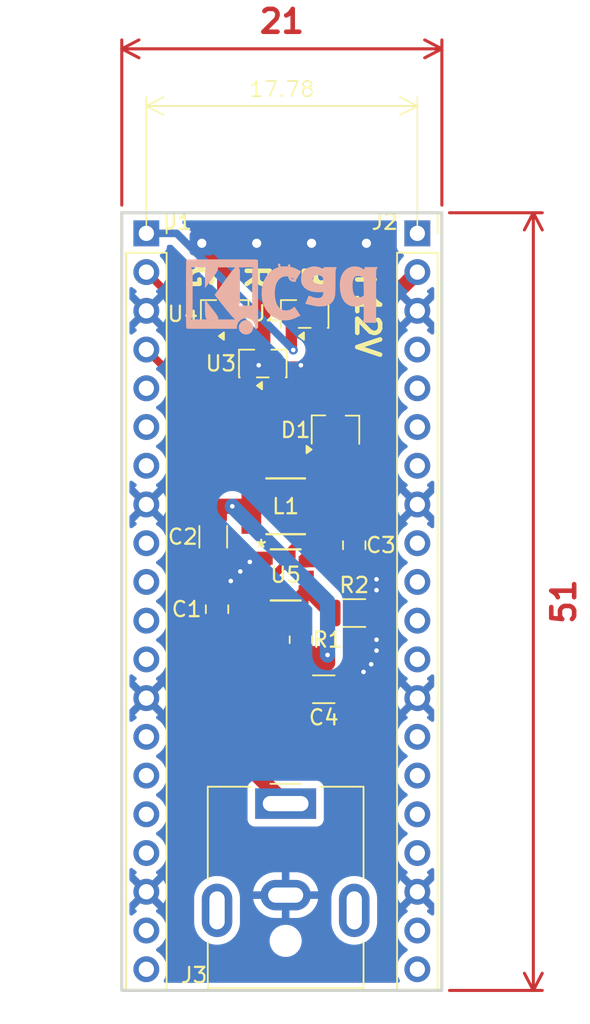
<source format=kicad_pcb>
(kicad_pcb (version 20241229) (generator "pcbnew") (generator_version "9.0")
  (layers (0 "F.Cu" signal) (2 "B.Cu" signal) (13 "F.Paste" user) (15 "B.Paste" user) (5 "F.SilkS" user "F.Silkscreen") (7 "B.SilkS" user "B.Silkscreen") (1 "F.Mask" user) (3 "B.Mask" user) (25 "Edge.Cuts" user))
  (net 0 "")
  (net 11 "/B_GPIO")
  (net 26 "+12V")
  (net 27 "GND")
  (net 28 "/G")
  (net 29 "/R")
  (net 30 "/B")
  (net 31 "+5V")
  (net 33 "/GPIO_02")
  (net 35 "/GPIO_01")
  (net 38 "/VSYS")
  (net 39 "Net-(U5-BST)")
  (net 40 "Net-(U5-SW)")
  (net 41 "Net-(U5-FB)")
  (footprint "Package_TO_SOT_SMD:SOT-23-3" (layer "F.Cu") (at 106.75 56.6375 90)
    (property "Reference" "U4" (at 0 -2.75 180) (layer "F.SilkS"))
    (property "Value" "NTR3C21NZT3G")
    (pad "1" smd roundrect (at -1.1375 -0.95 90) (size 1.325 0.6) (layers "F.Cu" "F.Mask" "F.Paste") (net 35 "/GPIO_01"))
    (pad "2" smd roundrect (at -1.1375 0.95 90) (size 1.325 0.6) (layers "F.Cu" "F.Mask" "F.Paste") (net 27 "GND"))
    (pad "3" smd roundrect (at 1.1375 0 90) (size 1.325 0.6) (layers "F.Cu" "F.Mask" "F.Paste") (net 28 "/G"))
  )
  (footprint "Package_TO_SOT_SMD:SOT-23-3" (layer "F.Cu") (at 112 56.6375 90)
    (property "Reference" "U2" (at 0.0375 -2.6 180) (layer "F.SilkS"))
    (property "Value" "NTR3C21NZT3G")
    (pad "1" smd roundrect (at -1.1375 -0.95 90) (size 1.325 0.6) (layers "F.Cu" "F.Mask" "F.Paste") (net 11 "/B_GPIO"))
    (pad "2" smd roundrect (at -1.1375 0.95 90) (size 1.325 0.6) (layers "F.Cu" "F.Mask" "F.Paste") (net 27 "GND"))
    (pad "3" smd roundrect (at 1.1375 0 90) (size 1.325 0.6) (layers "F.Cu" "F.Mask" "F.Paste") (net 30 "/B"))
  )
  (footprint "Capacitor_SMD:C_1206_3216Metric" (layer "F.Cu") (at 106 71.25 90)
    (property "Reference" "C2" (at 0 -2 180) (layer "F.SilkS"))
    (property "Value" "22u")
    (pad "1" smd roundrect (at -1.475 0 90) (size 1.15 1.8) (layers "F.Cu" "F.Mask" "F.Paste") (roundrect_rratio 0.217391) (net 27 "GND"))
    (pad "2" smd roundrect (at 1.475 0 90) (size 1.15 1.8) (layers "F.Cu" "F.Mask" "F.Paste") (roundrect_rratio 0.217391) (net 31 "+5V"))
  )
  (footprint "Package_TO_SOT_SMD:TSOT-23" (layer "F.Cu") (at 114 64.25 90)
    (property "Reference" "D1" (at 0 -2.6 180) (layer "F.SilkS"))
    (property "Value" "BAT750TA")
    (pad "1" smd roundrect (at -1.31 -0.95 90) (size 1.22 0.65) (layers "F.Cu" "F.Mask" "F.Paste") (net 31 "+5V"))
    (pad "2" smd roundrect (at -1.31 0.95 90) (size 1.22 0.65) (layers "F.Cu" "F.Mask" "F.Paste"))
    (pad "3" smd roundrect (at 1.31 0 90) (size 1.22 0.65) (layers "F.Cu" "F.Mask" "F.Paste") (net 38 "/VSYS"))
  )
  (footprint "Capacitor_SMD:C_0805_2012Metric" (layer "F.Cu") (at 106.25 76 90)
    (property "Reference" "C1" (at 0 -2 180) (layer "F.SilkS"))
    (property "Value" "10u")
    (pad "1" smd roundrect (at -0.95 0 90) (size 1 1.45) (layers "F.Cu" "F.Mask" "F.Paste") (net 26 "+12V"))
    (pad "2" smd roundrect (at 0.95 0 90) (size 1 1.45) (layers "F.Cu" "F.Mask" "F.Paste") (net 27 "GND"))
  )
  (footprint "Capacitor_SMD:C_1206_3216Metric" (layer "F.Cu") (at 113.25 81.25 180)
    (property "Reference" "C4" (at 0 -1.85 0) (layer "F.SilkS"))
    (property "Value" "22u")
    (pad "1" smd roundrect (at -1.475 0 180) (size 1.15 1.8) (layers "F.Cu" "F.Mask" "F.Paste") (roundrect_rratio 0.217391) (net 27 "GND"))
    (pad "2" smd roundrect (at 1.475 0 180) (size 1.15 1.8) (layers "F.Cu" "F.Mask" "F.Paste") (roundrect_rratio 0.217391) (net 31 "+5V"))
  )
  (footprint "NTR3C21NZT3G:IND_EPCOS_B82432T_EPC" (layer "F.Cu") (at 110.75 69.25 180)
    (property "Reference" "L1" (at 0 0 0) (layer "F.SilkS"))
    (property "Value" "3.3u")
    (pad "1" smd rect (at -2.2479 0 180) (size 1.2954 3.6068) (layers "F.Cu" "F.Mask" "F.Paste") (net 40 "Net-(U5-SW)"))
    (pad "2" smd rect (at 2.2479 0 180) (size 1.2954 3.6068) (layers "F.Cu" "F.Mask" "F.Paste") (net 31 "+5V"))
  )
  (footprint "Connector_PinSocket_2.54mm:PinSocket_1x20_P2.54mm_Vertical" (layer "F.Cu") (at 101.61 51.35)
    (property "Reference" "J1" (at 2.14 -0.75 0) (layer "F.SilkS"))
    (property "Value" "Conn_01x20_MountingPin")
    (pad "1" thru_hole rect (at 0 0) (size 1.7 1.7) (drill 1) (layers "*.Cu" "*.Mask") (net 11 "/B_GPIO"))
    (pad "2" thru_hole circle (at 0 2.54) (size 1.7 1.7) (drill 1) (layers "*.Cu" "*.Mask") (net 35 "/GPIO_01"))
    (pad "3" thru_hole circle (at 0 5.08) (size 1.7 1.7) (drill 1) (layers "*.Cu" "*.Mask") (net 27 "GND"))
    (pad "4" thru_hole circle (at 0 7.62) (size 1.7 1.7) (drill 1) (layers "*.Cu" "*.Mask") (net 33 "/GPIO_02"))
    (pad "5" thru_hole circle (at 0 10.16) (size 1.7 1.7) (drill 1) (layers "*.Cu" "*.Mask"))
    (pad "6" thru_hole circle (at 0 12.7) (size 1.7 1.7) (drill 1) (layers "*.Cu" "*.Mask"))
    (pad "7" thru_hole circle (at 0 15.24) (size 1.7 1.7) (drill 1) (layers "*.Cu" "*.Mask"))
    (pad "8" thru_hole circle (at 0 17.78) (size 1.7 1.7) (drill 1) (layers "*.Cu" "*.Mask") (net 27 "GND"))
    (pad "9" thru_hole circle (at 0 20.32) (size 1.7 1.7) (drill 1) (layers "*.Cu" "*.Mask"))
    (pad "10" thru_hole circle (at 0 22.86) (size 1.7 1.7) (drill 1) (layers "*.Cu" "*.Mask"))
    (pad "11" thru_hole circle (at 0 25.4) (size 1.7 1.7) (drill 1) (layers "*.Cu" "*.Mask"))
    (pad "12" thru_hole circle (at 0 27.94) (size 1.7 1.7) (drill 1) (layers "*.Cu" "*.Mask"))
    (pad "13" thru_hole circle (at 0 30.48) (size 1.7 1.7) (drill 1) (layers "*.Cu" "*.Mask") (net 27 "GND"))
    (pad "14" thru_hole circle (at 0 33.02) (size 1.7 1.7) (drill 1) (layers "*.Cu" "*.Mask"))
    (pad "15" thru_hole circle (at 0 35.56) (size 1.7 1.7) (drill 1) (layers "*.Cu" "*.Mask"))
    (pad "16" thru_hole circle (at 0 38.1) (size 1.7 1.7) (drill 1) (layers "*.Cu" "*.Mask"))
    (pad "17" thru_hole circle (at 0 40.64) (size 1.7 1.7) (drill 1) (layers "*.Cu" "*.Mask"))
    (pad "18" thru_hole circle (at 0 43.18) (size 1.7 1.7) (drill 1) (layers "*.Cu" "*.Mask") (net 27 "GND"))
    (pad "19" thru_hole circle (at 0 45.72) (size 1.7 1.7) (drill 1) (layers "*.Cu" "*.Mask"))
    (pad "20" thru_hole circle (at 0 48.26) (size 1.7 1.7) (drill 1) (layers "*.Cu" "*.Mask"))
  )
  (footprint "Capacitor_SMD:C_0805_2012Metric" (layer "F.Cu") (at 115.25 71.8 -90)
    (property "Reference" "C3" (at 0 -1.75 180) (layer "F.SilkS"))
    (property "Value" "100n")
    (pad "1" smd roundrect (at -0.95 0 270) (size 1 1.45) (layers "F.Cu" "F.Mask" "F.Paste") (net 40 "Net-(U5-SW)"))
    (pad "2" smd roundrect (at 0.95 0 270) (size 1 1.45) (layers "F.Cu" "F.Mask" "F.Paste") (net 39 "Net-(U5-BST)"))
  )
  (footprint "Connector_PinSocket_2.54mm:PinSocket_1x20_P2.54mm_Vertical" (layer "F.Cu") (at 119.39 51.35)
    (property "Reference" "J2" (at -2.14 -0.75 0) (layer "F.SilkS"))
    (property "Value" "Conn_01x20_MountingPin")
    (pad "1" thru_hole rect (at 0 0) (size 1.7 1.7) (drill 1) (layers "*.Cu" "*.Mask"))
    (pad "2" thru_hole circle (at 0 2.54) (size 1.7 1.7) (drill 1) (layers "*.Cu" "*.Mask") (net 38 "/VSYS"))
    (pad "3" thru_hole circle (at 0 5.08) (size 1.7 1.7) (drill 1) (layers "*.Cu" "*.Mask") (net 27 "GND"))
    (pad "4" thru_hole circle (at 0 7.62) (size 1.7 1.7) (drill 1) (layers "*.Cu" "*.Mask"))
    (pad "5" thru_hole circle (at 0 10.16) (size 1.7 1.7) (drill 1) (layers "*.Cu" "*.Mask"))
    (pad "6" thru_hole circle (at 0 12.7) (size 1.7 1.7) (drill 1) (layers "*.Cu" "*.Mask"))
    (pad "7" thru_hole circle (at 0 15.24) (size 1.7 1.7) (drill 1) (layers "*.Cu" "*.Mask"))
    (pad "8" thru_hole circle (at 0 17.78) (size 1.7 1.7) (drill 1) (layers "*.Cu" "*.Mask") (net 27 "GND"))
    (pad "9" thru_hole circle (at 0 20.32) (size 1.7 1.7) (drill 1) (layers "*.Cu" "*.Mask"))
    (pad "10" thru_hole circle (at 0 22.86) (size 1.7 1.7) (drill 1) (layers "*.Cu" "*.Mask"))
    (pad "11" thru_hole circle (at 0 25.4) (size 1.7 1.7) (drill 1) (layers "*.Cu" "*.Mask"))
    (pad "12" thru_hole circle (at 0 27.94) (size 1.7 1.7) (drill 1) (layers "*.Cu" "*.Mask"))
    (pad "13" thru_hole circle (at 0 30.48) (size 1.7 1.7) (drill 1) (layers "*.Cu" "*.Mask") (net 27 "GND"))
    (pad "14" thru_hole circle (at 0 33.02) (size 1.7 1.7) (drill 1) (layers "*.Cu" "*.Mask"))
    (pad "15" thru_hole circle (at 0 35.56) (size 1.7 1.7) (drill 1) (layers "*.Cu" "*.Mask"))
    (pad "16" thru_hole circle (at 0 38.1) (size 1.7 1.7) (drill 1) (layers "*.Cu" "*.Mask"))
    (pad "17" thru_hole circle (at 0 40.64) (size 1.7 1.7) (drill 1) (layers "*.Cu" "*.Mask"))
    (pad "18" thru_hole circle (at 0 43.18) (size 1.7 1.7) (drill 1) (layers "*.Cu" "*.Mask") (net 27 "GND"))
    (pad "19" thru_hole circle (at 0 45.72) (size 1.7 1.7) (drill 1) (layers "*.Cu" "*.Mask"))
    (pad "20" thru_hole circle (at 0 48.26) (size 1.7 1.7) (drill 1) (layers "*.Cu" "*.Mask"))
  )
  (footprint "Resistor_SMD:R_1206_3216Metric" (layer "F.Cu") (at 115.25 76.25)
    (property "Reference" "R2" (at 0 -1.83 0) (layer "F.SilkS"))
    (property "Value" "10k")
    (pad "1" smd roundrect (at -1.4625 0) (size 1.125 1.75) (layers "F.Cu" "F.Mask" "F.Paste") (roundrect_rratio 0.222222) (net 41 "Net-(U5-FB)"))
    (pad "2" smd roundrect (at 1.4625 0) (size 1.125 1.75) (layers "F.Cu" "F.Mask" "F.Paste") (roundrect_rratio 0.222222) (net 27 "GND"))
  )
  (footprint "Connector_BarrelJack:BarrelJack_CUI_PJ-063AH_Horizontal" (layer "F.Cu") (at 110.75 88.75)
    (property "Reference" "J3" (at -6 11.25 0) (layer "F.SilkS"))
    (property "Value" "Barrel_Jack")
    (pad "" np_thru_hole circle (at 0 9) (size 1.6 1.6) (drill 1.6) (layers "*.Cu" "*.Mask"))
    (pad "1" thru_hole rect (at 0 0) (size 4 2) (drill oval 3 1) (layers "*.Cu" "*.Mask") (net 26 "+12V"))
    (pad "2" thru_hole oval (at 0 6) (size 3.3 2) (drill oval 2.3 1) (layers "*.Cu" "*.Mask") (net 27 "GND"))
    (pad "MP" thru_hole oval (at -4.5 7) (size 2 3.5) (drill oval 1 2.5) (layers "*.Cu" "*.Mask"))
    (pad "MP" thru_hole oval (at 4.5 7) (size 2 3.5) (drill oval 1 2.5) (layers "*.Cu" "*.Mask"))
  )
  (footprint "NTR3C21NZT3G:TSOT26STANDARD_DIO" (layer "F.Cu") (at 110.75 73.75)
    (property "Reference" "U5" (at 0 0 0) (layer "F.SilkS"))
    (property "Value" "AP62301WU-7")
    (fp_text user "*" (at -1.60375 -1.75 0) (layer "F.SilkS"))
    (fp_text user "*" (at -1.60375 -1.75 0) (layer "F.SilkS"))
    (pad "1" smd rect (at -1.349751 -0.950001) (size 0.997699 0.558) (layers "F.Cu" "F.Mask" "F.Paste") (net 27 "GND"))
    (pad "2" smd rect (at -1.349751 0) (size 0.997699 0.558) (layers "F.Cu" "F.Mask" "F.Paste") (net 40 "Net-(U5-SW)"))
    (pad "3" smd rect (at -1.349751 0.950001) (size 0.997699 0.558) (layers "F.Cu" "F.Mask" "F.Paste") (net 26 "+12V"))
    (pad "4" smd rect (at 1.349751 0.950001) (size 0.997699 0.558) (layers "F.Cu" "F.Mask" "F.Paste") (net 41 "Net-(U5-FB)"))
    (pad "5" smd rect (at 1.349751 0) (size 0.997699 0.558) (layers "F.Cu" "F.Mask" "F.Paste"))
    (pad "6" smd rect (at 1.349751 -0.950001) (size 0.997699 0.558) (layers "F.Cu" "F.Mask" "F.Paste") (net 39 "Net-(U5-BST)"))
  )
  (footprint "Resistor_SMD:R_0805_2012Metric" (layer "F.Cu") (at 111.75 78 -90)
    (property "Reference" "R1" (at 0 -1.75 180) (layer "F.SilkS"))
    (property "Value" "52.3k")
    (pad "1" smd roundrect (at -0.9125 0 270) (size 1.025 1.4) (layers "F.Cu" "F.Mask" "F.Paste") (roundrect_rratio 0.243902) (net 41 "Net-(U5-FB)"))
    (pad "2" smd roundrect (at 0.9125 0 270) (size 1.025 1.4) (layers "F.Cu" "F.Mask" "F.Paste") (roundrect_rratio 0.243902) (net 31 "+5V"))
  )
  (footprint "Package_TO_SOT_SMD:SOT-23-3" (layer "F.Cu") (at 109.25 59.8875 90)
    (property "Reference" "U3" (at 0 -2.75 180) (layer "F.SilkS"))
    (property "Value" "NTR3C21NZT3G")
    (pad "1" smd roundrect (at -1.1375 -0.95 90) (size 1.325 0.6) (layers "F.Cu" "F.Mask" "F.Paste") (net 33 "/GPIO_02"))
    (pad "2" smd roundrect (at -1.1375 0.95 90) (size 1.325 0.6) (layers "F.Cu" "F.Mask" "F.Paste") (net 27 "GND"))
    (pad "3" smd roundrect (at 1.1375 0 90) (size 1.325 0.6) (layers "F.Cu" "F.Mask" "F.Paste") (net 29 "/R"))
  )
  (footprint "Connector_Wire:SolderWire-0.1sqmm_1x04_P3.6mm_D0.4mm_OD1mm" (layer "B.Cu") (at 105.25 52)
    (property "Reference" "J4" (at 5.4 2 0) (layer "B.SilkS") (effects (justify mirror)))
    (property "Value" "Conn_01x04")
    (pad "1" thru_hole roundrect (at 0 0) (size 1.6 1.6) (drill 0.6) (layers "*.Cu" "*.Mask") (roundrect_rratio 0.15625) (net 28 "/G"))
    (pad "2" thru_hole circle (at 3.6 0) (size 1.6 1.6) (drill 0.6) (layers "*.Cu" "*.Mask") (net 29 "/R"))
    (pad "3" thru_hole circle (at 7.2 0) (size 1.6 1.6) (drill 0.6) (layers "*.Cu" "*.Mask") (net 30 "/B"))
    (pad "4" thru_hole circle (at 10.8 0) (size 1.6 1.6) (drill 0.6) (layers "*.Cu" "*.Mask") (net 26 "+12V"))
  )
  (footprint "Symbol:KiCad-Logo_5mm_SilkScreen" (layer "B.Cu") (at 110.494302 55)
    (property "Reference" "REF**" (hide yes))
    (property "Value" "KiCad-Logo_5mm_SilkScreen" (hide yes))
  )
  (gr_rect (start 100 50) (end 121 101) (stroke (width 0.2)) (fill no) (layer "F.SilkS"))
  (gr_rect (start 100 50) (end 121 101) (stroke (width 0.2)) (fill no) (layer "Edge.Cuts"))
  (gr_text "G" (at 104.25 53.25 270) (layer "F.SilkS") (effects (font (size 1.5 1.5) (thickness 0.3) (bold yes)) (justify left bottom)))
  (gr_text "B" (at 111.75 53.25 270) (layer "F.SilkS") (effects (font (size 1.5 1.5) (thickness 0.3) (bold yes)) (justify left bottom)))
  (gr_text "+12V" (at 115.25 53.25 270) (layer "F.SilkS") (effects (font (size 1.5 1.5) (thickness 0.3) (bold yes)) (justify left bottom)))
  (gr_text "R" (at 108 53.25 270) (layer "F.SilkS") (effects (font (size 1.5 1.5) (thickness 0.3) (bold yes)) (justify left bottom)))
  (dimension (type orthogonal) (layer "F.Cu") (pts (xy 100 50) (xy 121 50)) (height -10.75) (orientation 0) (format (prefix "") (suffix "") (units 3) (units_format 0) (precision 4) (suppress_zeroes yes)) (style (thickness 0.2) (arrow_length 1.27) (text_position_mode 0) (arrow_direction outward) (extension_height 0.58642) (extension_offset 0.5) (keep_text_aligned yes)) (gr_text "21" (at 110.5 37.45 0) (layer "F.Cu") (effects (font (size 1.5 1.5) (thickness 0.3)))))
  (dimension (type orthogonal) (layer "F.Cu") (pts (xy 121 50) (xy 121 101)) (height 6) (orientation 1) (format (prefix "") (suffix "") (units 3) (units_format 0) (precision 4) (suppress_zeroes yes)) (style (thickness 0.2) (arrow_length 1.27) (text_position_mode 2) (arrow_direction outward) (extension_height 0.58642) (extension_offset 0.5) (keep_text_aligned yes)) (gr_text "51" (at 129 75.5 90) (layer "F.Cu") (effects (font (size 1.5 1.5) (thickness 0.3)))))
  (dimension (type orthogonal) (layer "F.SilkS") (pts (xy 101.61 51.35) (xy 119.39 51.35)) (height -8.35) (orientation 0) (format (prefix "") (suffix "") (units 3) (units_format 0) (precision 4) (suppress_zeroes yes)) (style (thickness 0.1) (arrow_length 1.27) (text_position_mode 0) (arrow_direction outward) (extension_height 0.58642) (extension_offset 0.5) (keep_text_aligned yes)) (gr_text "17,78" (at 110.5 41.9 0) (layer "F.SilkS") (effects (font (size 1 1) (thickness 0.1)))))
  (segment (start 111.05 58.254468) (end 111.05 57.775) (width 0.2) (layer "F.Cu") (net 11))
  (segment (start 111.25 57.975) (end 111.05 57.775) (width 0.5) (layer "F.Cu") (net 11))
  (segment (start 111.25 59) (end 111.25 57.975) (width 0.5) (layer "F.Cu") (net 11))
  (via (at 111.25 59) (size 0.6) (drill 0.3) (layers "F.Cu" "B.Cu") (net 11))
  (segment (start 103.6 51.35) (end 111.25 59) (width 0.5) (layer "B.Cu") (net 11))
  (segment (start 101.61 51.35) (end 103.6 51.35) (width 0.5) (layer "B.Cu") (net 11))
  (segment (start 115.25 58) (end 115.250001 52.799999) (width 1) (layer "F.Cu") (net 26))
  (segment (start 115.250001 52.799999) (end 116.05 52) (width 1) (layer "F.Cu") (net 26))
  (segment (start 108 65.25) (end 115.25 58) (width 1) (layer "F.Cu") (net 26))
  (segment (start 106.25 76.95) (end 107.180249 76.95) (width 1) (layer "F.Cu") (net 26))
  (segment (start 105.525 76.95) (end 104 75.425) (width 1) (layer "F.Cu") (net 26))
  (segment (start 104 75.425) (end 104 65.25) (width 1) (layer "F.Cu") (net 26))
  (segment (start 104 65.25) (end 108 65.25) (width 1) (layer "F.Cu") (net 26))
  (segment (start 110.75 88.75) (end 106.25 84.25) (width 1) (layer "F.Cu") (net 26))
  (segment (start 106.25 76.95) (end 105.525 76.95) (width 1) (layer "F.Cu") (net 26))
  (segment (start 106.25 84.25) (end 106.25 76.95) (width 1) (layer "F.Cu") (net 26))
  (segment (start 107.180249 76.95) (end 109.400249 74.73) (width 1) (layer "F.Cu") (net 26))
  (segment (start 111.75 88.75) (end 110.75 88.75) (width 1) (layer "B.Cu") (net 26))
  (segment (start 107.15 74.15) (end 107.775 73.525) (width 1) (layer "F.Cu") (net 27))
  (segment (start 116.7125 76.25) (end 116.7125 78) (width 1) (layer "F.Cu") (net 27))
  (segment (start 106.25 72.975) (end 106 72.725) (width 1) (layer "F.Cu") (net 27))
  (segment (start 111.75 60.001) (end 111.811075 60.001) (width 0.5) (layer "F.Cu") (net 27))
  (segment (start 106.25 75.05) (end 106.25 73.75) (width 1) (layer "F.Cu") (net 27))
  (segment (start 107.7 57.775) (end 107.7 58.7166) (width 0.5) (layer "F.Cu") (net 27))
  (segment (start 106.25 73.75) (end 106.25 72.975) (width 1) (layer "F.Cu") (net 27))
  (segment (start 112.95 58.862075) (end 112.95 57.775) (width 0.5) (layer "F.Cu") (net 27))
  (segment (start 110.25 60.001) (end 111.75 60.001) (width 0.5) (layer "F.Cu") (net 27))
  (segment (start 106.25 75.05) (end 107.15 74.15) (width 1) (layer "F.Cu") (net 27))
  (segment (start 106 72.725) (end 107.5 72.725) (width 1) (layer "F.Cu") (net 27))
  (segment (start 108.4 72.9) (end 108.575 72.725) (width 1) (layer "F.Cu") (net 27))
  (segment (start 107.5 72.725) (end 108.575 72.725) (width 1) (layer "F.Cu") (net 27))
  (segment (start 108.9834 60) (end 108.9844 60.001) (width 0.5) (layer "F.Cu") (net 27))
  (segment (start 116.7125 76.25) (end 116.7125 74.75) (width 1) (layer "F.Cu") (net 27))
  (segment (start 116.7125 79.2625) (end 116.3625 79.6125) (width 1) (layer "F.Cu") (net 27))
  (segment (start 116.7125 78) (end 116.7125 78.7125) (width 1) (layer "F.Cu") (net 27))
  (segment (start 107.775 73.525) (end 108.4 72.9) (width 1) (layer "F.Cu") (net 27))
  (segment (start 111.811075 60.001) (end 112.95 58.862075) (width 0.5) (layer "F.Cu") (net 27))
  (segment (start 106.475 73.75) (end 107.5 72.725) (width 1) (layer "F.Cu") (net 27))
  (segment (start 108.9844 60.001) (end 110.25 60.001) (width 0.5) (layer "F.Cu") (net 27))
  (segment (start 116.3625 79.6125) (end 115.8625 80.1125) (width 1) (layer "F.Cu") (net 27))
  (segment (start 115.8625 80.1125) (end 114.725 81.25) (width 1) (layer "F.Cu") (net 27))
  (segment (start 110.2 60.051) (end 110.25 60.001) (width 0.5) (layer "F.Cu") (net 27))
  (segment (start 116.7125 78.7125) (end 116.7125 79.2625) (width 1) (layer "F.Cu") (net 27))
  (segment (start 110.2 61.025) (end 110.2 60.051) (width 0.5) (layer "F.Cu") (net 27))
  (segment (start 107.7 58.7166) (end 108.9834 60) (width 0.5) (layer "F.Cu") (net 27))
  (segment (start 116.7125 74.75) (end 116.7125 74.0375) (width 1) (layer "F.Cu") (net 27))
  (segment (start 106.25 73.75) (end 106.475 73.75) (width 1) (layer "F.Cu") (net 27))
  (segment (start 108.575 72.725) (end 109.355249 72.725) (width 1) (layer "F.Cu") (net 27))
  (segment (start 109.355249 72.725) (end 109.400249 72.77) (width 1) (layer "F.Cu") (net 27))
  (via (at 116.7125 78) (size 0.6) (drill 0.3) (layers "F.Cu" "B.Cu") (net 27))
  (via (at 107.775 73.525) (size 0.6) (drill 0.3) (layers "F.Cu" "B.Cu") (net 27))
  (via (at 116.3625 79.6125) (size 0.6) (drill 0.3) (layers "F.Cu" "B.Cu") (net 27))
  (via (at 108.4 72.9) (size 0.6) (drill 0.3) (layers "F.Cu" "B.Cu") (net 27))
  (via (at 116.7125 74.0375) (size 0.6) (drill 0.3) (layers "F.Cu" "B.Cu") (net 27))
  (via (at 115.8625 80.1125) (size 0.6) (drill 0.3) (layers "F.Cu" "B.Cu") (net 27))
  (via (at 116.7125 78.7125) (size 0.6) (drill 0.3) (layers "F.Cu" "B.Cu") (net 27))
  (via (at 108.9834 60) (size 0.6) (drill 0.3) (layers "F.Cu" "B.Cu") (net 27))
  (via (at 111.75 60.001) (size 0.6) (drill 0.3) (layers "F.Cu" "B.Cu") (net 27))
  (via (at 116.7125 74.75) (size 0.6) (drill 0.3) (layers "F.Cu" "B.Cu") (net 27))
  (via (at 107.15 74.15) (size 0.6) (drill 0.3) (layers "F.Cu" "B.Cu") (net 27))
  (segment (start 117.838 60.001) (end 117.839 60) (width 0.5) (layer "B.Cu") (net 27))
  (segment (start 106.75 53.5) (end 105.25 52) (width 1) (layer "F.Cu") (net 28))
  (segment (start 106.75 55.5) (end 106.75 53.5) (width 1) (layer "F.Cu") (net 28))
  (segment (start 109.25 58.75) (end 109.25 52.4) (width 1) (layer "F.Cu") (net 29))
  (segment (start 109.25 52.4) (end 108.85 52) (width 1) (layer "F.Cu") (net 29))
  (segment (start 112 55.5) (end 112 52.45) (width 1) (layer "F.Cu") (net 30))
  (segment (start 112 52.45) (end 112.45 52) (width 1) (layer "F.Cu") (net 30))
  (segment (start 113.5 79.525) (end 111.775 81.25) (width 1) (layer "F.Cu") (net 31))
  (segment (start 111.775 80.25) (end 112.075 80.25) (width 1) (layer "F.Cu") (net 31))
  (segment (start 107.25 69.25) (end 106.525 69.25) (width 1) (layer "F.Cu") (net 31))
  (segment (start 111.775 80.25) (end 111.775 78.9375) (width 1) (layer "F.Cu") (net 31))
  (segment (start 110.44 65.56) (end 113.05 65.56) (width 1) (layer "F.Cu") (net 31))
  (segment (start 113.5 79) (end 113.5 79.525) (width 1) (layer "F.Cu") (net 31))
  (segment (start 108.5021 67.487378) (end 109.739478 66.25) (width 1) (layer "F.Cu") (net 31))
  (segment (start 111.775 81.25) (end 111.775 80.25) (width 1) (layer "F.Cu") (net 31))
  (segment (start 108.5021 69.25) (end 108.5021 67.487378) (width 1) (layer "F.Cu") (net 31))
  (segment (start 111.75 78.9125) (end 113.4125 78.9125) (width 1) (layer "F.Cu") (net 31))
  (segment (start 111.775 78.9375) (end 111.75 78.9125) (width 1) (layer "F.Cu") (net 31))
  (segment (start 106.525 69.25) (end 106 69.775) (width 1) (layer "F.Cu") (net 31))
  (segment (start 113.4125 78.9125) (end 113.5 79) (width 1) (layer "F.Cu") (net 31))
  (segment (start 109.75 66.25) (end 110.44 65.56) (width 1) (layer "F.Cu") (net 31))
  (segment (start 112.075 80.25) (end 113.4125 78.9125) (width 1) (layer "F.Cu") (net 31))
  (segment (start 109.739478 66.25) (end 109.75 66.25) (width 1) (layer "F.Cu") (net 31))
  (segment (start 108.5021 69.25) (end 107.25 69.25) (width 1) (layer "F.Cu") (net 31))
  (via (at 113.5 79) (size 0.6) (drill 0.3) (layers "F.Cu" "B.Cu") (net 31))
  (via (at 107.25 69.25) (size 0.6) (drill 0.3) (layers "F.Cu" "B.Cu") (net 31))
  (segment (start 107.25 69.25) (end 113.5 75.5) (width 1) (layer "B.Cu") (net 31))
  (segment (start 113.5 75.5) (end 113.5 79) (width 1) (layer "B.Cu") (net 31))
  (segment (start 103.665 61.025) (end 108.3 61.025) (width 0.5) (layer "F.Cu") (net 33))
  (segment (start 101.61 58.97) (end 103.665 61.025) (width 0.5) (layer "F.Cu") (net 33))
  (segment (start 105.495 57.775) (end 105.8 57.775) (width 0.5) (layer "F.Cu") (net 35))
  (segment (start 101.61 53.89) (end 105.495 57.775) (width 0.5) (layer "F.Cu") (net 35))
  (segment (start 116.94 60) (end 117 60) (width 1) (layer "F.Cu") (net 38))
  (segment (start 117 56.28) (end 117 60) (width 1) (layer "F.Cu") (net 38))
  (segment (start 119.39 53.89) (end 117 56.28) (width 1) (layer "F.Cu") (net 38))
  (segment (start 114 62.94) (end 116.94 60) (width 1) (layer "F.Cu") (net 38))
  (segment (start 112.119751 72.75) (end 112.099751 72.77) (width 1) (layer "F.Cu") (net 39))
  (segment (start 115.25 72.75) (end 112.119751 72.75) (width 1) (layer "F.Cu") (net 39))
  (segment (start 110 73.75) (end 111.149902 72.600098) (width 0.5) (layer "F.Cu") (net 40))
  (segment (start 113.65 69.25) (end 115.25 70.85) (width 1) (layer "F.Cu") (net 40))
  (segment (start 111.149902 72.069999) (end 111.966301 71.2536) (width 0.5) (layer "F.Cu") (net 40))
  (segment (start 109.400249 73.75) (end 110 73.75) (width 0.5) (layer "F.Cu") (net 40))
  (segment (start 112.403368 71.2536) (end 112.9979 70.659068) (width 0.5) (layer "F.Cu") (net 40))
  (segment (start 112.9979 69.25) (end 113.65 69.25) (width 1) (layer "F.Cu") (net 40))
  (segment (start 111.966301 71.2536) (end 112.403368 71.2536) (width 0.5) (layer "F.Cu") (net 40))
  (segment (start 112.9979 70.659068) (end 112.9979 69.25) (width 0.5) (layer "F.Cu") (net 40))
  (segment (start 111.149902 72.600098) (end 111.149902 72.069999) (width 0.5) (layer "F.Cu") (net 40))
  (segment (start 113.7875 76.25) (end 112.2675 74.73) (width 1) (layer "F.Cu") (net 41))
  (segment (start 112.2675 74.73) (end 112.099751 74.73) (width 1) (layer "F.Cu") (net 41))
  (segment (start 111.75 75.2475) (end 112.2675 74.73) (width 1) (layer "F.Cu") (net 41))
  (segment (start 111.75 77.0875) (end 111.75 75.2475) (width 1) (layer "F.Cu") (net 41))
  (zone (net 27) (net_name "GND") (layer "B.Cu") (connect_pads (clearance 0.5)) (min_thickness 0.25) (fill yes (thermal_gap 0.5) (thermal_bridge_width 0.5))
    (polygon (pts (xy 100 50) (xy 121 50) (xy 121 101) (xy 100 101)))
  )
)
</source>
